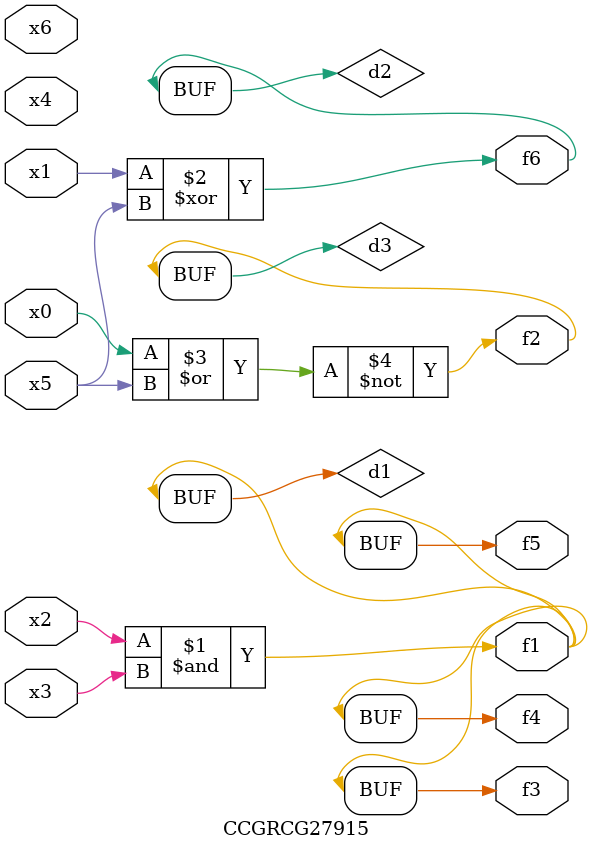
<source format=v>
module CCGRCG27915(
	input x0, x1, x2, x3, x4, x5, x6,
	output f1, f2, f3, f4, f5, f6
);

	wire d1, d2, d3;

	and (d1, x2, x3);
	xor (d2, x1, x5);
	nor (d3, x0, x5);
	assign f1 = d1;
	assign f2 = d3;
	assign f3 = d1;
	assign f4 = d1;
	assign f5 = d1;
	assign f6 = d2;
endmodule

</source>
